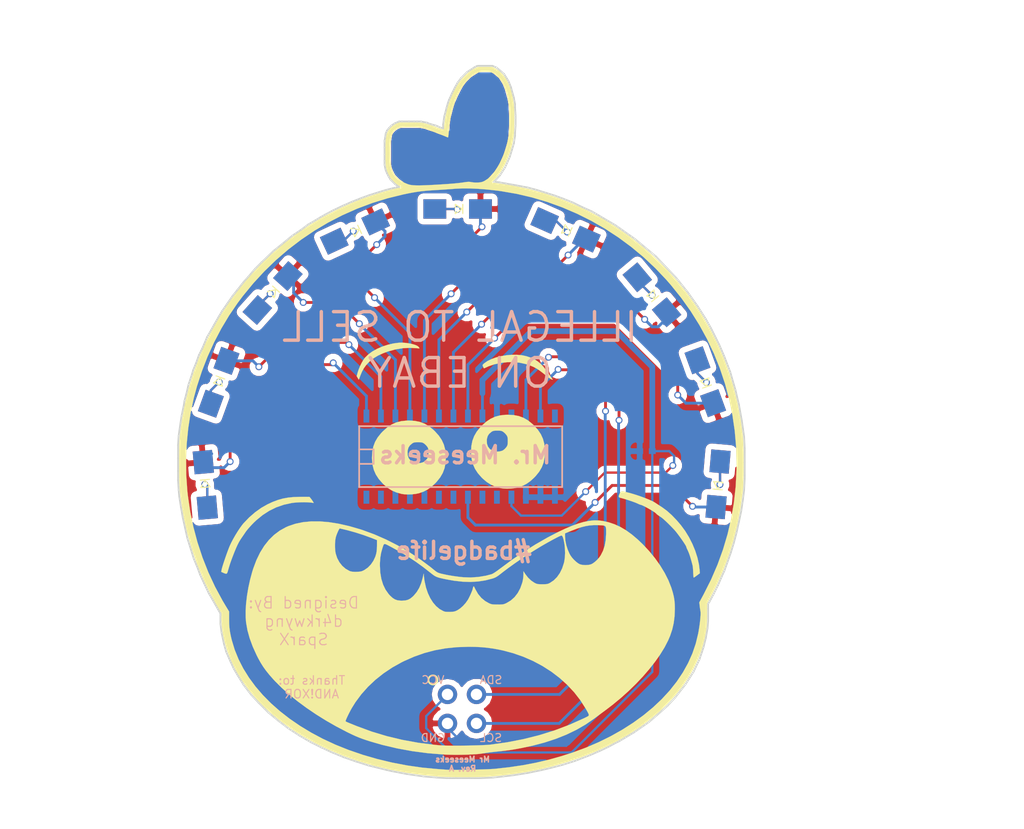
<source format=kicad_pcb>
(kicad_pcb (version 4) (host pcbnew 4.0.7)
  (layers (0 F.Cu signal) (31 B.Cu signal) (34 B.Paste user) (35 F.Paste user) (36 B.SilkS user) (37 F.SilkS user) (38 B.Mask user) (39 F.Mask user) (44 Edge.Cuts user))
  (net 0 "")
  (net 1 +3V3)
  (net 2 GND)
  (net 3 "Net-(D1-Pad2)")
  (net 4 "Net-(D2-Pad2)")
  (net 5 "Net-(D3-Pad2)")
  (net 6 "Net-(D4-Pad2)")
  (net 7 "Net-(D5-Pad2)")
  (net 8 "Net-(D6-Pad2)")
  (net 9 "Net-(D7-Pad2)")
  (net 10 "Net-(D8-Pad2)")
  (net 11 "Net-(D9-Pad2)")
  (net 12 "Net-(R1-Pad1)")
  (net 13 "Net-(R2-Pad1)")
  (net 14 "Net-(R3-Pad1)")
  (net 15 "Net-(R4-Pad1)")
  (net 16 "Net-(R5-Pad1)")
  (net 17 "Net-(R6-Pad1)")
  (net 18 "Net-(R7-Pad1)")
  (net 19 "Net-(R8-Pad1)")
  (net 20 "Net-(R9-Pad1)")
  (net 21 scl)
  (net 22 sda)
  (net 23 "Net-(U1-Pad19)")
  (net 24 "Net-(U1-Pad20)")
  (net 25 "Net-(U1-Pad22)")
  (net 26 "Net-(U1-Pad23)")
  (net 27 "Net-(U1-Pad24)")
  (net 28 "Net-(U1-Pad25)")
  (net 29 "Net-(U1-Pad26)")
  (net 30 "Net-(U1-Pad27)")
  (net 31 "Net-(U1-Pad28)")
  (module mrmeeseeks-addon-design:soldermask (layer F.Cu) (at 99.06 96.52)
    (fp_text reference G*** hide)
    (fp_text value LOGO hide)
  )
  (module mrmeeseeks-addon:silkscreen (layer F.Cu) (at 99.06 96.52)
    (fp_text reference G*** hide)
    (fp_text value LOGO hide)
  )
  (module mrmeeseeks-addon:Badgelife-Shitty-2x2 (layer F.Cu) (at 99.1362 121.6914)
    (fp_text reference X1)
    (fp_text value Badgelife_shitty_connector)
    (fp_text user SDA (at 2.54 -2.54) (layer B.SilkS) (effects (font (size 0.7 0.7) (thickness 0.1)) (justify mirror)))
    (fp_text user SCL (at 2.54 2.54) (layer B.SilkS) (effects (font (size 0.7 0.7) (thickness 0.1)) (justify mirror)))
    (fp_text user GND (at -2.54 2.54) (layer B.SilkS) (effects (font (size 0.7 0.7) (thickness 0.1)) (justify mirror)))
    (fp_text user VCC (at -2.54 -2.54) (layer B.SilkS) (effects (font (size 0.7 0.7) (thickness 0.1)) (justify mirror)))
    (pad 4 thru_hole circle (at 1.27 -1.27) (size 1.7 1.7) (drill 1) (layers *.Cu *.Mask) (net 22 sda))
    (pad 3 thru_hole oval (at 1.27 1.27) (size 1.7 1.7) (drill 1) (layers *.Cu *.Mask) (net 21 scl))
    (pad 1 thru_hole oval (at -1.27 -1.27) (size 1.7 1.7) (drill 1) (layers *.Cu *.Mask) (net 1 +3V3))
    (pad 2 thru_hole oval (at -1.27 1.27) (size 1.7 1.7) (drill 1) (layers *.Cu *.Mask) (net 2 GND))
  )
  (module mrmeeseeks-addon:C_0402_NoSilk_NoText (layer B.Cu) (at 115.25504 99.10064 180)
    (fp_text reference C1)
    (fp_text value 0.1uf)
    (pad 1 smd rect (at -0.55 0 180) (size 0.6 0.5) (layers B.Cu B.Paste B.Mask) (net 1 +3V3))
    (pad 2 smd rect (at 0.55 0 180) (size 0.6 0.5) (layers B.Cu B.Paste B.Mask) (net 2 GND))
  )
  (module mrmeeseeks-addon:R_1206_HandSoldering_NoSilk (layer B.Cu) (at 108.204 79.7052 156)
    (fp_text reference R6)
    (fp_text value 220)
    (pad 1 smd rect (at -2 0 156) (size 2 1.7) (layers B.Cu B.Paste B.Mask) (net 17 "Net-(R6-Pad1)"))
    (pad 2 smd rect (at 2 0 156) (size 2 1.7) (layers B.Cu B.Paste B.Mask) (net 8 "Net-(D6-Pad2)"))
  )
  (module mrmeeseeks-addon:R_1206_HandSoldering_NoSilk (layer B.Cu) (at 76.6572 102.0572 275)
    (fp_text reference R1)
    (fp_text value 220)
    (pad 1 smd rect (at -2 0 275) (size 2 1.7) (layers B.Cu B.Paste B.Mask) (net 12 "Net-(R1-Pad1)"))
    (pad 2 smd rect (at 2 0 275) (size 2 1.7) (layers B.Cu B.Paste B.Mask) (net 3 "Net-(D1-Pad2)"))
  )
  (module mrmeeseeks-addon:R_1206_HandSoldering_NoSilk (layer B.Cu) (at 77.8256 93.0656 250)
    (fp_text reference R2)
    (fp_text value 220)
    (pad 1 smd rect (at -2 0 250) (size 2 1.7) (layers B.Cu B.Paste B.Mask) (net 13 "Net-(R2-Pad1)"))
    (pad 2 smd rect (at 2 0 250) (size 2 1.7) (layers B.Cu B.Paste B.Mask) (net 4 "Net-(D2-Pad2)"))
  )
  (module mrmeeseeks-addon:R_1206_HandSoldering_NoSilk (layer B.Cu) (at 82.55 85.2424 228)
    (fp_text reference R3)
    (fp_text value 220)
    (pad 1 smd rect (at -2 0 228) (size 2 1.7) (layers B.Cu B.Paste B.Mask) (net 14 "Net-(R3-Pad1)"))
    (pad 2 smd rect (at 2 0 228) (size 2 1.7) (layers B.Cu B.Paste B.Mask) (net 5 "Net-(D3-Pad2)"))
  )
  (module mrmeeseeks-addon:R_1206_HandSoldering_NoSilk (layer B.Cu) (at 89.7636 79.8576 205)
    (fp_text reference R4)
    (fp_text value 220)
    (pad 1 smd rect (at -2 0 205) (size 2 1.7) (layers B.Cu B.Paste B.Mask) (net 15 "Net-(R4-Pad1)"))
    (pad 2 smd rect (at 2 0 205) (size 2 1.7) (layers B.Cu B.Paste B.Mask) (net 6 "Net-(D4-Pad2)"))
  )
  (module mrmeeseeks-addon:R_1206_HandSoldering_NoSilk (layer B.Cu) (at 98.7552 77.8764 180)
    (fp_text reference R5)
    (fp_text value 220)
    (pad 1 smd rect (at -2 0 180) (size 2 1.7) (layers B.Cu B.Paste B.Mask) (net 16 "Net-(R5-Pad1)"))
    (pad 2 smd rect (at 2 0 180) (size 2 1.7) (layers B.Cu B.Paste B.Mask) (net 7 "Net-(D5-Pad2)"))
  )
  (module mrmeeseeks-addon:R_1206_HandSoldering_NoSilk (layer B.Cu) (at 115.7732 85.3948 130)
    (fp_text reference R7)
    (fp_text value 220)
    (pad 1 smd rect (at -2 0 130) (size 2 1.7) (layers B.Cu B.Paste B.Mask) (net 18 "Net-(R7-Pad1)"))
    (pad 2 smd rect (at 2 0 130) (size 2 1.7) (layers B.Cu B.Paste B.Mask) (net 9 "Net-(D7-Pad2)"))
  )
  (module mrmeeseeks-addon:R_1206_HandSoldering_NoSilk (layer B.Cu) (at 120.4468 93.0148 110)
    (fp_text reference R8)
    (fp_text value 220)
    (pad 1 smd rect (at -2 0 110) (size 2 1.7) (layers B.Cu B.Paste B.Mask) (net 19 "Net-(R8-Pad1)"))
    (pad 2 smd rect (at 2 0 110) (size 2 1.7) (layers B.Cu B.Paste B.Mask) (net 10 "Net-(D8-Pad2)"))
  )
  (module mrmeeseeks-addon:R_1206_HandSoldering_NoSilk (layer B.Cu) (at 121.5644 102.0064 85)
    (fp_text reference R9)
    (fp_text value 220)
    (pad 1 smd rect (at -2 0 85) (size 2 1.7) (layers B.Cu B.Paste B.Mask) (net 20 "Net-(R9-Pad1)"))
    (pad 2 smd rect (at 2 0 85) (size 2 1.7) (layers B.Cu B.Paste B.Mask) (net 11 "Net-(D9-Pad2)"))
  )
  (module mrmeeseeks-addon:LED_1206_HandSoldering_MinSilk (layer F.Cu) (at 76.6572 102.0572 275)
    (fp_text reference D1)
    (fp_text value LED)
    (pad 1 smd rect (at -2 0 275) (size 2 1.7) (layers F.Cu F.Paste F.Mask) (net 2 GND))
    (pad 2 smd rect (at 2 0 275) (size 2 1.7) (layers F.Cu F.Paste F.Mask) (net 3 "Net-(D1-Pad2)"))
  )
  (module mrmeeseeks-addon:LED_1206_HandSoldering_MinSilk (layer F.Cu) (at 77.8256 93.0656 250)
    (fp_text reference D2)
    (fp_text value LED)
    (pad 1 smd rect (at -2 0 250) (size 2 1.7) (layers F.Cu F.Paste F.Mask) (net 2 GND))
    (pad 2 smd rect (at 2 0 250) (size 2 1.7) (layers F.Cu F.Paste F.Mask) (net 4 "Net-(D2-Pad2)"))
  )
  (module mrmeeseeks-addon:LED_1206_HandSoldering_MinSilk (layer F.Cu) (at 82.55 85.2424 228)
    (fp_text reference D3)
    (fp_text value LED)
    (pad 1 smd rect (at -2 0 228) (size 2 1.7) (layers F.Cu F.Paste F.Mask) (net 2 GND))
    (pad 2 smd rect (at 2 0 228) (size 2 1.7) (layers F.Cu F.Paste F.Mask) (net 5 "Net-(D3-Pad2)"))
  )
  (module mrmeeseeks-addon:LED_1206_HandSoldering_MinSilk (layer F.Cu) (at 89.7636 79.8576 205)
    (fp_text reference D4)
    (fp_text value LED)
    (pad 1 smd rect (at -2 0 205) (size 2 1.7) (layers F.Cu F.Paste F.Mask) (net 2 GND))
    (pad 2 smd rect (at 2 0 205) (size 2 1.7) (layers F.Cu F.Paste F.Mask) (net 6 "Net-(D4-Pad2)"))
  )
  (module mrmeeseeks-addon:LED_1206_HandSoldering_MinSilk (layer F.Cu) (at 98.7552 77.8764 180)
    (fp_text reference D5)
    (fp_text value LED)
    (pad 1 smd rect (at -2 0 180) (size 2 1.7) (layers F.Cu F.Paste F.Mask) (net 2 GND))
    (pad 2 smd rect (at 2 0 180) (size 2 1.7) (layers F.Cu F.Paste F.Mask) (net 7 "Net-(D5-Pad2)"))
  )
  (module mrmeeseeks-addon:LED_1206_HandSoldering_MinSilk (layer F.Cu) (at 108.204 79.7052 156)
    (fp_text reference D6)
    (fp_text value LED)
    (pad 1 smd rect (at -2 0 156) (size 2 1.7) (layers F.Cu F.Paste F.Mask) (net 2 GND))
    (pad 2 smd rect (at 2 0 156) (size 2 1.7) (layers F.Cu F.Paste F.Mask) (net 8 "Net-(D6-Pad2)"))
  )
  (module mrmeeseeks-addon:LED_1206_HandSoldering_MinSilk (layer F.Cu) (at 115.7732 85.3948 130)
    (fp_text reference D7)
    (fp_text value LED)
    (pad 1 smd rect (at -2 0 130) (size 2 1.7) (layers F.Cu F.Paste F.Mask) (net 2 GND))
    (pad 2 smd rect (at 2 0 130) (size 2 1.7) (layers F.Cu F.Paste F.Mask) (net 9 "Net-(D7-Pad2)"))
  )
  (module mrmeeseeks-addon:LED_1206_HandSoldering_MinSilk (layer F.Cu) (at 120.4468 93.0148 110)
    (fp_text reference D8)
    (fp_text value LED)
    (pad 1 smd rect (at -2 0 110) (size 2 1.7) (layers F.Cu F.Paste F.Mask) (net 2 GND))
    (pad 2 smd rect (at 2 0 110) (size 2 1.7) (layers F.Cu F.Paste F.Mask) (net 10 "Net-(D8-Pad2)"))
  )
  (module mrmeeseeks-addon:LED_1206_HandSoldering_MinSilk (layer F.Cu) (at 121.5644 102.0064 85)
    (fp_text reference D9)
    (fp_text value LED)
    (pad 1 smd rect (at -2 0 85) (size 2 1.7) (layers F.Cu F.Paste F.Mask) (net 2 GND))
    (pad 2 smd rect (at 2 0 85) (size 2 1.7) (layers F.Cu F.Paste F.Mask) (net 11 "Net-(D9-Pad2)"))
  )
  (module Libraries:SOIC-28_NoSilk (layer B.Cu) (at 99.0219 99.5807)
    (fp_text reference U1)
    (fp_text value MCP23017)
    (pad 1 smd rect (at -8.255 -3.556) (size 0.508 1.143) (layers B.Cu B.Paste B.Mask) (net 12 "Net-(R1-Pad1)"))
    (pad 2 smd rect (at -6.985 -3.556) (size 0.508 1.143) (layers B.Cu B.Paste B.Mask) (net 13 "Net-(R2-Pad1)"))
    (pad 3 smd rect (at -5.715 -3.556) (size 0.508 1.143) (layers B.Cu B.Paste B.Mask) (net 14 "Net-(R3-Pad1)"))
    (pad 4 smd rect (at -4.445 -3.556) (size 0.508 1.143) (layers B.Cu B.Paste B.Mask) (net 15 "Net-(R4-Pad1)"))
    (pad 5 smd rect (at -3.175 -3.556) (size 0.508 1.143) (layers B.Cu B.Paste B.Mask) (net 16 "Net-(R5-Pad1)"))
    (pad 6 smd rect (at -1.905 -3.556) (size 0.508 1.143) (layers B.Cu B.Paste B.Mask) (net 17 "Net-(R6-Pad1)"))
    (pad 7 smd rect (at -0.635 -3.556) (size 0.508 1.143) (layers B.Cu B.Paste B.Mask) (net 18 "Net-(R7-Pad1)"))
    (pad 8 smd rect (at 0.635 -3.556) (size 0.508 1.143) (layers B.Cu B.Paste B.Mask) (net 19 "Net-(R8-Pad1)"))
    (pad 9 smd rect (at 1.905 -3.556) (size 0.508 1.143) (layers B.Cu B.Paste B.Mask) (net 1 +3V3))
    (pad 10 smd rect (at 3.175 -3.556) (size 0.508 1.143) (layers B.Cu B.Paste B.Mask) (net 2 GND))
    (pad 11 smd rect (at 4.445 -3.556) (size 0.508 1.143) (layers B.Cu B.Paste B.Mask))
    (pad 12 smd rect (at 5.715 -3.556) (size 0.508 1.143) (layers B.Cu B.Paste B.Mask) (net 21 scl))
    (pad 13 smd rect (at 6.985 -3.556) (size 0.508 1.143) (layers B.Cu B.Paste B.Mask) (net 22 sda))
    (pad 14 smd rect (at 8.255 -3.556) (size 0.508 1.143) (layers B.Cu B.Paste B.Mask))
    (pad 15 smd rect (at 8.255 3.556) (size 0.508 1.143) (layers B.Cu B.Paste B.Mask) (net 2 GND))
    (pad 16 smd rect (at 6.985 3.556) (size 0.508 1.143) (layers B.Cu B.Paste B.Mask) (net 2 GND))
    (pad 17 smd rect (at 5.715 3.556) (size 0.508 1.143) (layers B.Cu B.Paste B.Mask) (net 2 GND))
    (pad 18 smd rect (at 4.445 3.556) (size 0.508 1.143) (layers B.Cu B.Paste B.Mask) (net 1 +3V3))
    (pad 19 smd rect (at 3.175 3.556) (size 0.508 1.143) (layers B.Cu B.Paste B.Mask) (net 23 "Net-(U1-Pad19)"))
    (pad 20 smd rect (at 1.905 3.556) (size 0.508 1.143) (layers B.Cu B.Paste B.Mask) (net 24 "Net-(U1-Pad20)"))
    (pad 21 smd rect (at 0.635 3.556) (size 0.508 1.143) (layers B.Cu B.Paste B.Mask) (net 20 "Net-(R9-Pad1)"))
    (pad 22 smd rect (at -0.635 3.556) (size 0.508 1.143) (layers B.Cu B.Paste B.Mask) (net 25 "Net-(U1-Pad22)"))
    (pad 23 smd rect (at -1.905 3.556) (size 0.508 1.143) (layers B.Cu B.Paste B.Mask) (net 26 "Net-(U1-Pad23)"))
    (pad 24 smd rect (at -3.175 3.556) (size 0.508 1.143) (layers B.Cu B.Paste B.Mask) (net 27 "Net-(U1-Pad24)"))
    (pad 25 smd rect (at -4.445 3.556) (size 0.508 1.143) (layers B.Cu B.Paste B.Mask) (net 28 "Net-(U1-Pad25)"))
    (pad 26 smd rect (at -5.715 3.556) (size 0.508 1.143) (layers B.Cu B.Paste B.Mask) (net 29 "Net-(U1-Pad26)"))
    (pad 27 smd rect (at -6.985 3.556) (size 0.508 1.143) (layers B.Cu B.Paste B.Mask) (net 30 "Net-(U1-Pad27)"))
    (pad 28 smd rect (at -8.255 3.556) (size 0.508 1.143) (layers B.Cu B.Paste B.Mask) (net 31 "Net-(U1-Pad28)"))
  )
  (gr_text "Mr Meeseeks\nRev. A" (at 99.187 126.5174) (layer B.SilkS) (effects (font (size 0.5 0.5) (thickness 0.125)) (justify mirror)))
  (gr_text "ILLEGAL TO SELL\nON EBAY" (at 98.9584 90.2462) (layer B.SilkS) (effects (font (size 2.5 2.5) (thickness 0.3)) (justify mirror)))
  (gr_text "Mr. Meeseeks" (at 99.40544 99.441) (layer B.SilkS) (effects (font (size 1.5 1.5) (thickness 0.3)) (justify mirror)))
  (gr_text "#badgelife" (at 99.2886 107.823) (layer B.SilkS) (effects (font (size 1.5 1.5) (thickness 0.3)) (justify mirror)))
  (gr_text "Thanks to:\nAND!XOR" (at 85.979 119.7864) (layer B.SilkS) (effects (font (size 0.75 0.75) (thickness 0.1)) (justify mirror)))
  (gr_text "Designed By:\nd4rkwyng\nSparX" (at 85.27288 113.9952) (layer B.SilkS) (effects (font (size 1 1) (thickness 0.1)) (justify mirror)))
  (gr_line (start 110.49 78.0796) (end 110.8456 78.2828) (angle 90) (layer Edge.Cuts) (width 0.15))
  (gr_line (start 109.474 77.6224) (end 110.49 78.0796) (angle 90) (layer Edge.Cuts) (width 0.15))
  (gr_line (start 108.8644 77.3176) (end 109.474 77.6224) (angle 90) (layer Edge.Cuts) (width 0.15))
  (gr_line (start 108.1024 77.0128) (end 108.8644 77.3176) (angle 90) (layer Edge.Cuts) (width 0.15))
  (gr_line (start 107.2896 76.708) (end 108.1024 77.0128) (angle 90) (layer Edge.Cuts) (width 0.15))
  (gr_line (start 106.4768 76.454) (end 107.2896 76.708) (angle 90) (layer Edge.Cuts) (width 0.15))
  (gr_line (start 105.664 76.2) (end 106.4768 76.454) (angle 90) (layer Edge.Cuts) (width 0.15))
  (gr_line (start 104.902 75.9968) (end 105.664 76.2) (angle 90) (layer Edge.Cuts) (width 0.15))
  (gr_line (start 103.8352 75.7936) (end 104.902 75.9968) (angle 90) (layer Edge.Cuts) (width 0.15))
  (gr_line (start 102.9716 75.6412) (end 103.8352 75.7936) (angle 90) (layer Edge.Cuts) (width 0.15))
  (gr_line (start 102.4128 75.5396) (end 102.9716 75.6412) (angle 90) (layer Edge.Cuts) (width 0.15))
  (gr_line (start 101.9556 75.4888) (end 102.4128 75.5396) (angle 90) (layer Edge.Cuts) (width 0.15))
  (gr_line (start 102.4636 74.93) (end 101.9556 75.4888) (angle 90) (layer Edge.Cuts) (width 0.15))
  (gr_line (start 102.9208 74.2188) (end 102.4636 74.93) (angle 90) (layer Edge.Cuts) (width 0.15))
  (gr_line (start 103.124 73.7616) (end 102.9208 74.2188) (angle 90) (layer Edge.Cuts) (width 0.15))
  (gr_line (start 103.3272 73.3044) (end 103.124 73.7616) (angle 90) (layer Edge.Cuts) (width 0.15))
  (gr_line (start 103.5304 72.644) (end 103.3272 73.3044) (angle 90) (layer Edge.Cuts) (width 0.15))
  (gr_line (start 103.6828 72.136) (end 103.5304 72.644) (angle 90) (layer Edge.Cuts) (width 0.15))
  (gr_line (start 103.7844 71.4756) (end 103.6828 72.136) (angle 90) (layer Edge.Cuts) (width 0.15))
  (gr_line (start 103.7844 71.2216) (end 103.7844 71.4756) (angle 90) (layer Edge.Cuts) (width 0.15))
  (gr_line (start 103.8352 70.5612) (end 103.7844 71.2216) (angle 90) (layer Edge.Cuts) (width 0.15))
  (gr_line (start 103.8352 69.9008) (end 103.8352 70.5612) (angle 90) (layer Edge.Cuts) (width 0.15))
  (gr_line (start 103.8352 69.6976) (end 103.8352 69.9008) (angle 90) (layer Edge.Cuts) (width 0.15))
  (gr_line (start 103.7844 68.9864) (end 103.8352 69.6976) (angle 90) (layer Edge.Cuts) (width 0.15))
  (gr_line (start 103.7844 68.6816) (end 103.7844 68.9864) (angle 90) (layer Edge.Cuts) (width 0.15))
  (gr_line (start 103.6828 68.1228) (end 103.7844 68.6816) (angle 90) (layer Edge.Cuts) (width 0.15))
  (gr_line (start 103.5812 67.7672) (end 103.6828 68.1228) (angle 90) (layer Edge.Cuts) (width 0.15))
  (gr_line (start 103.4288 67.2084) (end 103.5812 67.7672) (angle 90) (layer Edge.Cuts) (width 0.15))
  (gr_line (start 103.2256 66.7004) (end 103.4288 67.2084) (angle 90) (layer Edge.Cuts) (width 0.15))
  (gr_line (start 103.0732 66.4464) (end 103.2256 66.7004) (angle 90) (layer Edge.Cuts) (width 0.15))
  (gr_line (start 102.8192 66.04) (end 103.0732 66.4464) (angle 90) (layer Edge.Cuts) (width 0.15))
  (gr_line (start 102.4636 65.7352) (end 102.8192 66.04) (angle 90) (layer Edge.Cuts) (width 0.15))
  (gr_line (start 102.1588 65.4812) (end 102.4636 65.7352) (angle 90) (layer Edge.Cuts) (width 0.15))
  (gr_line (start 101.8032 65.3288) (end 102.1588 65.4812) (angle 90) (layer Edge.Cuts) (width 0.15))
  (gr_line (start 100.4824 65.3288) (end 101.8032 65.3288) (angle 90) (layer Edge.Cuts) (width 0.15))
  (gr_line (start 100.2792 65.4304) (end 100.4824 65.3288) (angle 90) (layer Edge.Cuts) (width 0.15))
  (gr_line (start 99.8728 65.6844) (end 100.2792 65.4304) (angle 90) (layer Edge.Cuts) (width 0.15))
  (gr_line (start 99.568 65.8876) (end 99.8728 65.6844) (angle 90) (layer Edge.Cuts) (width 0.15))
  (gr_line (start 99.06 66.3956) (end 99.568 65.8876) (angle 90) (layer Edge.Cuts) (width 0.15))
  (gr_line (start 98.7552 66.802) (end 99.06 66.3956) (angle 90) (layer Edge.Cuts) (width 0.15))
  (gr_line (start 98.5012 67.2592) (end 98.7552 66.802) (angle 90) (layer Edge.Cuts) (width 0.15))
  (gr_line (start 98.2472 67.7672) (end 98.5012 67.2592) (angle 90) (layer Edge.Cuts) (width 0.15))
  (gr_line (start 98.0948 68.1228) (end 98.2472 67.7672) (angle 90) (layer Edge.Cuts) (width 0.15))
  (gr_line (start 97.9932 68.326) (end 98.0948 68.1228) (angle 90) (layer Edge.Cuts) (width 0.15))
  (gr_line (start 97.8916 68.6308) (end 97.9932 68.326) (angle 90) (layer Edge.Cuts) (width 0.15))
  (gr_line (start 97.79 68.9864) (end 97.8916 68.6308) (angle 90) (layer Edge.Cuts) (width 0.15))
  (gr_line (start 97.6884 69.3928) (end 97.79 68.9864) (angle 90) (layer Edge.Cuts) (width 0.15))
  (gr_line (start 97.5868 69.7484) (end 97.6884 69.3928) (angle 90) (layer Edge.Cuts) (width 0.15))
  (gr_line (start 97.536 70.104) (end 97.5868 69.7484) (angle 90) (layer Edge.Cuts) (width 0.15))
  (gr_line (start 97.4852 70.4596) (end 97.536 70.104) (angle 90) (layer Edge.Cuts) (width 0.15))
  (gr_line (start 97.4852 70.8152) (end 97.4852 70.4596) (angle 90) (layer Edge.Cuts) (width 0.15))
  (gr_line (start 97.3328 70.7644) (end 97.4852 70.8152) (angle 90) (layer Edge.Cuts) (width 0.15))
  (gr_line (start 97.1804 70.7136) (end 97.3328 70.7644) (angle 90) (layer Edge.Cuts) (width 0.15))
  (gr_line (start 96.9772 70.612) (end 97.1804 70.7136) (angle 90) (layer Edge.Cuts) (width 0.15))
  (gr_line (start 96.8248 70.5612) (end 96.9772 70.612) (angle 90) (layer Edge.Cuts) (width 0.15))
  (gr_line (start 96.4692 70.4596) (end 96.8248 70.5612) (angle 90) (layer Edge.Cuts) (width 0.15))
  (gr_line (start 96.1644 70.358) (end 96.4692 70.4596) (angle 90) (layer Edge.Cuts) (width 0.15))
  (gr_line (start 96.0628 70.3072) (end 96.1644 70.358) (angle 90) (layer Edge.Cuts) (width 0.15))
  (gr_line (start 95.758 70.2564) (end 96.0628 70.3072) (angle 90) (layer Edge.Cuts) (width 0.15))
  (gr_line (start 95.5548 70.2056) (end 95.758 70.2564) (angle 90) (layer Edge.Cuts) (width 0.15))
  (gr_line (start 95.1992 70.2056) (end 95.5548 70.2056) (angle 90) (layer Edge.Cuts) (width 0.15))
  (gr_line (start 94.9452 70.2056) (end 95.1992 70.2056) (angle 90) (layer Edge.Cuts) (width 0.15))
  (gr_line (start 94.488 70.2056) (end 94.9452 70.2056) (angle 90) (layer Edge.Cuts) (width 0.15))
  (gr_line (start 93.8784 70.2056) (end 94.488 70.2056) (angle 90) (layer Edge.Cuts) (width 0.15))
  (gr_line (start 93.6244 70.2056) (end 93.8784 70.2056) (angle 90) (layer Edge.Cuts) (width 0.15))
  (gr_line (start 93.5228 70.2564) (end 93.6244 70.2056) (angle 90) (layer Edge.Cuts) (width 0.15))
  (gr_line (start 93.2688 70.358) (end 93.5228 70.2564) (angle 90) (layer Edge.Cuts) (width 0.15))
  (gr_line (start 92.964 70.5612) (end 93.2688 70.358) (angle 90) (layer Edge.Cuts) (width 0.15))
  (gr_line (start 92.7608 70.7644) (end 92.964 70.5612) (angle 90) (layer Edge.Cuts) (width 0.15))
  (gr_line (start 92.5576 71.0184) (end 92.7608 70.7644) (angle 90) (layer Edge.Cuts) (width 0.15))
  (gr_line (start 92.456 71.2724) (end 92.5576 71.0184) (angle 90) (layer Edge.Cuts) (width 0.15))
  (gr_line (start 92.4052 71.628) (end 92.456 71.2724) (angle 90) (layer Edge.Cuts) (width 0.15))
  (gr_line (start 92.3544 71.882) (end 92.4052 71.628) (angle 90) (layer Edge.Cuts) (width 0.15))
  (gr_line (start 92.3544 71.9836) (end 92.3544 71.882) (angle 90) (layer Edge.Cuts) (width 0.15))
  (gr_line (start 92.3544 72.4916) (end 92.3544 71.9836) (angle 90) (layer Edge.Cuts) (width 0.15))
  (gr_line (start 92.3544 73.1012) (end 92.3544 72.4916) (angle 90) (layer Edge.Cuts) (width 0.15))
  (gr_line (start 92.3544 73.66) (end 92.3544 73.1012) (angle 90) (layer Edge.Cuts) (width 0.15))
  (gr_line (start 92.3544 74.0156) (end 92.3544 73.66) (angle 90) (layer Edge.Cuts) (width 0.15))
  (gr_line (start 92.4052 74.2696) (end 92.3544 74.0156) (angle 90) (layer Edge.Cuts) (width 0.15))
  (gr_line (start 92.456 74.4728) (end 92.4052 74.2696) (angle 90) (layer Edge.Cuts) (width 0.15))
  (gr_line (start 92.5576 74.7268) (end 92.456 74.4728) (angle 90) (layer Edge.Cuts) (width 0.15))
  (gr_line (start 92.71 75.0316) (end 92.5576 74.7268) (angle 90) (layer Edge.Cuts) (width 0.15))
  (gr_line (start 92.8624 75.2856) (end 92.71 75.0316) (angle 90) (layer Edge.Cuts) (width 0.15))
  (gr_line (start 92.964 75.3872) (end 92.8624 75.2856) (angle 90) (layer Edge.Cuts) (width 0.15))
  (gr_line (start 93.2688 75.692) (end 92.964 75.3872) (angle 90) (layer Edge.Cuts) (width 0.15))
  (gr_line (start 93.472 75.8444) (end 93.2688 75.692) (angle 90) (layer Edge.Cuts) (width 0.15))
  (gr_line (start 93.6244 75.946) (end 93.472 75.8444) (angle 90) (layer Edge.Cuts) (width 0.15))
  (gr_line (start 93.1164 76.0476) (end 93.6244 75.946) (angle 90) (layer Edge.Cuts) (width 0.15))
  (gr_line (start 92.5068 76.2) (end 93.1164 76.0476) (angle 90) (layer Edge.Cuts) (width 0.15))
  (gr_line (start 91.8464 76.4032) (end 92.5068 76.2) (angle 90) (layer Edge.Cuts) (width 0.15))
  (gr_line (start 91.0336 76.6572) (end 91.8464 76.4032) (angle 90) (layer Edge.Cuts) (width 0.15))
  (gr_line (start 90.4748 76.8604) (end 91.0336 76.6572) (angle 90) (layer Edge.Cuts) (width 0.15))
  (gr_line (start 90.2208 76.962) (end 90.4748 76.8604) (angle 90) (layer Edge.Cuts) (width 0.15))
  (gr_line (start 89.5604 77.216) (end 90.2208 76.962) (angle 90) (layer Edge.Cuts) (width 0.15))
  (gr_line (start 88.7476 77.5716) (end 89.5604 77.216) (angle 90) (layer Edge.Cuts) (width 0.15))
  (gr_line (start 87.884 77.978) (end 88.7476 77.5716) (angle 90) (layer Edge.Cuts) (width 0.15))
  (gr_line (start 87.122 78.3844) (end 87.884 77.978) (angle 90) (layer Edge.Cuts) (width 0.15))
  (gr_line (start 86.7664 78.5876) (end 87.122 78.3844) (angle 90) (layer Edge.Cuts) (width 0.15))
  (gr_line (start 86.2584 78.8924) (end 86.7664 78.5876) (angle 90) (layer Edge.Cuts) (width 0.15))
  (gr_line (start 85.6488 79.248) (end 86.2584 78.8924) (angle 90) (layer Edge.Cuts) (width 0.15))
  (gr_line (start 85.0392 79.7052) (end 85.6488 79.248) (angle 90) (layer Edge.Cuts) (width 0.15))
  (gr_line (start 84.2772 80.2132) (end 85.0392 79.7052) (angle 90) (layer Edge.Cuts) (width 0.15))
  (gr_line (start 83.4136 80.9244) (end 84.2772 80.2132) (angle 90) (layer Edge.Cuts) (width 0.15))
  (gr_line (start 82.6516 81.534) (end 83.4136 80.9244) (angle 90) (layer Edge.Cuts) (width 0.15))
  (gr_line (start 81.5848 82.55) (end 82.6516 81.534) (angle 90) (layer Edge.Cuts) (width 0.15))
  (gr_line (start 81.026 83.1088) (end 81.5848 82.55) (angle 90) (layer Edge.Cuts) (width 0.15))
  (gr_line (start 80.4164 83.82) (end 81.026 83.1088) (angle 90) (layer Edge.Cuts) (width 0.15))
  (gr_line (start 80.01 84.2772) (end 80.4164 83.82) (angle 90) (layer Edge.Cuts) (width 0.15))
  (gr_line (start 79.4512 84.9884) (end 80.01 84.2772) (angle 90) (layer Edge.Cuts) (width 0.15))
  (gr_line (start 79.0448 85.4964) (end 79.4512 84.9884) (angle 90) (layer Edge.Cuts) (width 0.15))
  (gr_line (start 78.5876 86.1568) (end 79.0448 85.4964) (angle 90) (layer Edge.Cuts) (width 0.15))
  (gr_line (start 78.1304 86.8172) (end 78.5876 86.1568) (angle 90) (layer Edge.Cuts) (width 0.15))
  (gr_line (start 77.8256 87.3252) (end 78.1304 86.8172) (angle 90) (layer Edge.Cuts) (width 0.15))
  (gr_line (start 77.4192 88.0364) (end 77.8256 87.3252) (angle 90) (layer Edge.Cuts) (width 0.15))
  (gr_line (start 77.1652 88.4936) (end 77.4192 88.0364) (angle 90) (layer Edge.Cuts) (width 0.15))
  (gr_line (start 76.8096 89.1032) (end 77.1652 88.4936) (angle 90) (layer Edge.Cuts) (width 0.15))
  (gr_line (start 76.5556 89.7128) (end 76.8096 89.1032) (angle 90) (layer Edge.Cuts) (width 0.15))
  (gr_line (start 76.4032 90.0684) (end 76.5556 89.7128) (angle 90) (layer Edge.Cuts) (width 0.15))
  (gr_line (start 76.3524 90.17) (end 76.4032 90.0684) (angle 90) (layer Edge.Cuts) (width 0.15))
  (gr_line (start 76.0984 90.678) (end 76.3524 90.17) (angle 90) (layer Edge.Cuts) (width 0.15))
  (gr_line (start 75.8444 91.3892) (end 76.0984 90.678) (angle 90) (layer Edge.Cuts) (width 0.15))
  (gr_line (start 75.5904 91.9988) (end 75.8444 91.3892) (angle 90) (layer Edge.Cuts) (width 0.15))
  (gr_line (start 75.4888 92.3544) (end 75.5904 91.9988) (angle 90) (layer Edge.Cuts) (width 0.15))
  (gr_line (start 75.184 93.2688) (end 75.4888 92.3544) (angle 90) (layer Edge.Cuts) (width 0.15))
  (gr_line (start 74.9808 94.1324) (end 75.184 93.2688) (angle 90) (layer Edge.Cuts) (width 0.15))
  (gr_line (start 74.8284 94.6912) (end 74.9808 94.1324) (angle 90) (layer Edge.Cuts) (width 0.15))
  (gr_line (start 74.7776 95.0468) (end 74.8284 94.6912) (angle 90) (layer Edge.Cuts) (width 0.15))
  (gr_line (start 74.5744 96.012) (end 74.7776 95.0468) (angle 90) (layer Edge.Cuts) (width 0.15))
  (gr_line (start 74.4728 96.6724) (end 74.5744 96.012) (angle 90) (layer Edge.Cuts) (width 0.15))
  (gr_line (start 74.3204 97.7392) (end 74.4728 96.6724) (angle 90) (layer Edge.Cuts) (width 0.15))
  (gr_line (start 74.2696 98.552) (end 74.3204 97.7392) (angle 90) (layer Edge.Cuts) (width 0.15))
  (gr_line (start 74.2696 99.7204) (end 74.2696 98.552) (angle 90) (layer Edge.Cuts) (width 0.15))
  (gr_line (start 74.2696 100.838) (end 74.2696 99.7204) (angle 90) (layer Edge.Cuts) (width 0.15))
  (gr_line (start 74.2696 101.6508) (end 74.2696 100.838) (angle 90) (layer Edge.Cuts) (width 0.15))
  (gr_line (start 74.3204 102.5144) (end 74.2696 101.6508) (angle 90) (layer Edge.Cuts) (width 0.15))
  (gr_line (start 74.3712 103.0732) (end 74.3204 102.5144) (angle 90) (layer Edge.Cuts) (width 0.15))
  (gr_line (start 74.5236 104.0384) (end 74.3712 103.0732) (angle 90) (layer Edge.Cuts) (width 0.15))
  (gr_line (start 74.6252 104.5972) (end 74.5236 104.0384) (angle 90) (layer Edge.Cuts) (width 0.15))
  (gr_line (start 74.676 104.902) (end 74.6252 104.5972) (angle 90) (layer Edge.Cuts) (width 0.15))
  (gr_line (start 74.8792 105.8164) (end 74.676 104.902) (angle 90) (layer Edge.Cuts) (width 0.15))
  (gr_line (start 75.0824 106.7308) (end 74.8792 105.8164) (angle 90) (layer Edge.Cuts) (width 0.15))
  (gr_line (start 75.3872 107.696) (end 75.0824 106.7308) (angle 90) (layer Edge.Cuts) (width 0.15))
  (gr_line (start 75.6412 108.5088) (end 75.3872 107.696) (angle 90) (layer Edge.Cuts) (width 0.15))
  (gr_line (start 75.9968 109.3724) (end 75.6412 108.5088) (angle 90) (layer Edge.Cuts) (width 0.15))
  (gr_line (start 76.2 109.9312) (end 75.9968 109.3724) (angle 90) (layer Edge.Cuts) (width 0.15))
  (gr_line (start 76.5556 110.6932) (end 76.2 109.9312) (angle 90) (layer Edge.Cuts) (width 0.15))
  (gr_line (start 76.962 111.5568) (end 76.5556 110.6932) (angle 90) (layer Edge.Cuts) (width 0.15))
  (gr_line (start 77.3176 112.1664) (end 76.962 111.5568) (angle 90) (layer Edge.Cuts) (width 0.15))
  (gr_line (start 77.724 112.8776) (end 77.3176 112.1664) (angle 90) (layer Edge.Cuts) (width 0.15))
  (gr_line (start 77.978 113.3348) (end 77.724 112.8776) (angle 90) (layer Edge.Cuts) (width 0.15))
  (gr_line (start 77.978 113.4872) (end 77.978 113.3348) (angle 90) (layer Edge.Cuts) (width 0.15))
  (gr_line (start 77.978 114.2492) (end 77.978 113.4872) (angle 90) (layer Edge.Cuts) (width 0.15))
  (gr_line (start 78.0796 115.0112) (end 77.978 114.2492) (angle 90) (layer Edge.Cuts) (width 0.15))
  (gr_line (start 78.2828 115.9764) (end 78.0796 115.0112) (angle 90) (layer Edge.Cuts) (width 0.15))
  (gr_line (start 78.486 116.6876) (end 78.2828 115.9764) (angle 90) (layer Edge.Cuts) (width 0.15))
  (gr_line (start 78.8416 117.5004) (end 78.486 116.6876) (angle 90) (layer Edge.Cuts) (width 0.15))
  (gr_line (start 79.1464 118.1608) (end 78.8416 117.5004) (angle 90) (layer Edge.Cuts) (width 0.15))
  (gr_line (start 79.502 118.7704) (end 79.1464 118.1608) (angle 90) (layer Edge.Cuts) (width 0.15))
  (gr_line (start 80.01 119.5832) (end 79.502 118.7704) (angle 90) (layer Edge.Cuts) (width 0.15))
  (gr_line (start 80.6704 120.4468) (end 80.01 119.5832) (angle 90) (layer Edge.Cuts) (width 0.15))
  (gr_line (start 81.3308 121.158) (end 80.6704 120.4468) (angle 90) (layer Edge.Cuts) (width 0.15))
  (gr_line (start 81.8388 121.666) (end 81.3308 121.158) (angle 90) (layer Edge.Cuts) (width 0.15))
  (gr_line (start 82.1944 122.0216) (end 81.8388 121.666) (angle 90) (layer Edge.Cuts) (width 0.15))
  (gr_line (start 83.058 122.7328) (end 82.1944 122.0216) (angle 90) (layer Edge.Cuts) (width 0.15))
  (gr_line (start 83.9216 123.3932) (end 83.058 122.7328) (angle 90) (layer Edge.Cuts) (width 0.15))
  (gr_line (start 84.9376 124.0536) (end 83.9216 123.3932) (angle 90) (layer Edge.Cuts) (width 0.15))
  (gr_line (start 85.9028 124.6124) (end 84.9376 124.0536) (angle 90) (layer Edge.Cuts) (width 0.15))
  (gr_line (start 86.8172 125.0696) (end 85.9028 124.6124) (angle 90) (layer Edge.Cuts) (width 0.15))
  (gr_line (start 87.6808 125.476) (end 86.8172 125.0696) (angle 90) (layer Edge.Cuts) (width 0.15))
  (gr_line (start 88.7984 125.9332) (end 87.6808 125.476) (angle 90) (layer Edge.Cuts) (width 0.15))
  (gr_line (start 89.8144 126.2888) (end 88.7984 125.9332) (angle 90) (layer Edge.Cuts) (width 0.15))
  (gr_line (start 90.932 126.6444) (end 89.8144 126.2888) (angle 90) (layer Edge.Cuts) (width 0.15))
  (gr_line (start 91.3384 126.746) (end 90.932 126.6444) (angle 90) (layer Edge.Cuts) (width 0.15))
  (gr_line (start 91.7448 126.8476) (end 91.3384 126.746) (angle 90) (layer Edge.Cuts) (width 0.15))
  (gr_line (start 92.5576 127.0508) (end 91.7448 126.8476) (angle 90) (layer Edge.Cuts) (width 0.15))
  (gr_line (start 93.0148 127.1524) (end 92.5576 127.0508) (angle 90) (layer Edge.Cuts) (width 0.15))
  (gr_line (start 94.3356 127.4064) (end 93.0148 127.1524) (angle 90) (layer Edge.Cuts) (width 0.15))
  (gr_line (start 95.758 127.6096) (end 94.3356 127.4064) (angle 90) (layer Edge.Cuts) (width 0.15))
  (gr_line (start 96.9264 127.7112) (end 95.758 127.6096) (angle 90) (layer Edge.Cuts) (width 0.15))
  (gr_line (start 97.8408 127.762) (end 96.9264 127.7112) (angle 90) (layer Edge.Cuts) (width 0.15))
  (gr_line (start 98.0948 127.762) (end 97.8408 127.762) (angle 90) (layer Edge.Cuts) (width 0.15))
  (gr_line (start 98.6028 127.762) (end 98.0948 127.762) (angle 90) (layer Edge.Cuts) (width 0.15))
  (gr_line (start 99.7712 127.762) (end 98.6028 127.762) (angle 90) (layer Edge.Cuts) (width 0.15))
  (gr_line (start 100.6856 127.762) (end 99.7712 127.762) (angle 90) (layer Edge.Cuts) (width 0.15))
  (gr_line (start 101.854 127.7112) (end 100.6856 127.762) (angle 90) (layer Edge.Cuts) (width 0.15))
  (gr_line (start 102.7684 127.6096) (end 101.854 127.7112) (angle 90) (layer Edge.Cuts) (width 0.15))
  (gr_line (start 103.632 127.508) (end 102.7684 127.6096) (angle 90) (layer Edge.Cuts) (width 0.15))
  (gr_line (start 104.902 127.3048) (end 103.632 127.508) (angle 90) (layer Edge.Cuts) (width 0.15))
  (gr_line (start 106.1212 127.0508) (end 104.902 127.3048) (angle 90) (layer Edge.Cuts) (width 0.15))
  (gr_line (start 106.9848 126.8476) (end 106.1212 127.0508) (angle 90) (layer Edge.Cuts) (width 0.15))
  (gr_line (start 107.95 126.5936) (end 106.9848 126.8476) (angle 90) (layer Edge.Cuts) (width 0.15))
  (gr_line (start 109.0676 126.238) (end 107.95 126.5936) (angle 90) (layer Edge.Cuts) (width 0.15))
  (gr_line (start 110.3884 125.73) (end 109.0676 126.238) (angle 90) (layer Edge.Cuts) (width 0.15))
  (gr_line (start 111.2012 125.3744) (end 110.3884 125.73) (angle 90) (layer Edge.Cuts) (width 0.15))
  (gr_line (start 111.9632 125.0188) (end 111.2012 125.3744) (angle 90) (layer Edge.Cuts) (width 0.15))
  (gr_line (start 112.4204 124.7648) (end 111.9632 125.0188) (angle 90) (layer Edge.Cuts) (width 0.15))
  (gr_line (start 112.9284 124.5108) (end 112.4204 124.7648) (angle 90) (layer Edge.Cuts) (width 0.15))
  (gr_line (start 113.4364 124.206) (end 112.9284 124.5108) (angle 90) (layer Edge.Cuts) (width 0.15))
  (gr_line (start 114.1984 123.7488) (end 113.4364 124.206) (angle 90) (layer Edge.Cuts) (width 0.15))
  (gr_line (start 115.0112 123.19) (end 114.1984 123.7488) (angle 90) (layer Edge.Cuts) (width 0.15))
  (gr_line (start 115.5192 122.8344) (end 115.0112 123.19) (angle 90) (layer Edge.Cuts) (width 0.15))
  (gr_line (start 116.2304 122.2248) (end 115.5192 122.8344) (angle 90) (layer Edge.Cuts) (width 0.15))
  (gr_line (start 117.1448 121.412) (end 116.2304 122.2248) (angle 90) (layer Edge.Cuts) (width 0.15))
  (gr_line (start 117.8052 120.7008) (end 117.1448 121.412) (angle 90) (layer Edge.Cuts) (width 0.15))
  (gr_line (start 118.7196 119.5324) (end 117.8052 120.7008) (angle 90) (layer Edge.Cuts) (width 0.15))
  (gr_line (start 119.0752 118.9736) (end 118.7196 119.5324) (angle 90) (layer Edge.Cuts) (width 0.15))
  (gr_line (start 119.4308 118.4148) (end 119.0752 118.9736) (angle 90) (layer Edge.Cuts) (width 0.15))
  (gr_line (start 119.9388 117.348) (end 119.4308 118.4148) (angle 90) (layer Edge.Cuts) (width 0.15))
  (gr_line (start 120.142 116.7384) (end 119.9388 117.348) (angle 90) (layer Edge.Cuts) (width 0.15))
  (gr_line (start 120.2944 116.2812) (end 120.142 116.7384) (angle 90) (layer Edge.Cuts) (width 0.15))
  (gr_line (start 120.4976 115.4684) (end 120.2944 116.2812) (angle 90) (layer Edge.Cuts) (width 0.15))
  (gr_line (start 120.65 114.6048) (end 120.4976 115.4684) (angle 90) (layer Edge.Cuts) (width 0.15))
  (gr_line (start 120.7008 113.9952) (end 120.65 114.6048) (angle 90) (layer Edge.Cuts) (width 0.15))
  (gr_line (start 120.7008 112.9284) (end 120.7008 113.9952) (angle 90) (layer Edge.Cuts) (width 0.15))
  (gr_line (start 120.7008 112.4712) (end 120.7008 112.9284) (angle 90) (layer Edge.Cuts) (width 0.15))
  (gr_line (start 120.8024 112.3188) (end 120.7008 112.4712) (angle 90) (layer Edge.Cuts) (width 0.15))
  (gr_line (start 121.158 111.6584) (end 120.8024 112.3188) (angle 90) (layer Edge.Cuts) (width 0.15))
  (gr_line (start 121.5644 110.8456) (end 121.158 111.6584) (angle 90) (layer Edge.Cuts) (width 0.15))
  (gr_line (start 121.8692 110.1344) (end 121.5644 110.8456) (angle 90) (layer Edge.Cuts) (width 0.15))
  (gr_line (start 122.1232 109.5756) (end 121.8692 110.1344) (angle 90) (layer Edge.Cuts) (width 0.15))
  (gr_line (start 122.3772 108.8644) (end 122.1232 109.5756) (angle 90) (layer Edge.Cuts) (width 0.15))
  (gr_line (start 122.682 108.0008) (end 122.3772 108.8644) (angle 90) (layer Edge.Cuts) (width 0.15))
  (gr_line (start 122.936 107.188) (end 122.682 108.0008) (angle 90) (layer Edge.Cuts) (width 0.15))
  (gr_line (start 123.19 106.2228) (end 122.936 107.188) (angle 90) (layer Edge.Cuts) (width 0.15))
  (gr_line (start 123.3932 105.3084) (end 123.19 106.2228) (angle 90) (layer Edge.Cuts) (width 0.15))
  (gr_line (start 123.5964 104.3432) (end 123.3932 105.3084) (angle 90) (layer Edge.Cuts) (width 0.15))
  (gr_line (start 123.7488 103.3272) (end 123.5964 104.3432) (angle 90) (layer Edge.Cuts) (width 0.15))
  (gr_line (start 123.8504 102.5144) (end 123.7488 103.3272) (angle 90) (layer Edge.Cuts) (width 0.15))
  (gr_line (start 123.9012 101.4984) (end 123.8504 102.5144) (angle 90) (layer Edge.Cuts) (width 0.15))
  (gr_line (start 123.9012 101.1936) (end 123.9012 101.4984) (angle 90) (layer Edge.Cuts) (width 0.15))
  (gr_line (start 123.9012 100.076) (end 123.9012 101.1936) (angle 90) (layer Edge.Cuts) (width 0.15))
  (gr_line (start 123.9012 98.8568) (end 123.9012 100.076) (angle 90) (layer Edge.Cuts) (width 0.15))
  (gr_line (start 123.8504 97.8408) (end 123.9012 98.8568) (angle 90) (layer Edge.Cuts) (width 0.15))
  (gr_line (start 123.7488 97.1296) (end 123.8504 97.8408) (angle 90) (layer Edge.Cuts) (width 0.15))
  (gr_line (start 123.6472 96.4184) (end 123.7488 97.1296) (angle 90) (layer Edge.Cuts) (width 0.15))
  (gr_line (start 123.5456 95.8596) (end 123.6472 96.4184) (angle 90) (layer Edge.Cuts) (width 0.15))
  (gr_line (start 123.3932 94.996) (end 123.5456 95.8596) (angle 90) (layer Edge.Cuts) (width 0.15))
  (gr_line (start 123.2408 94.3864) (end 123.3932 94.996) (angle 90) (layer Edge.Cuts) (width 0.15))
  (gr_line (start 123.0884 93.726) (end 123.2408 94.3864) (angle 90) (layer Edge.Cuts) (width 0.15))
  (gr_line (start 122.936 93.218) (end 123.0884 93.726) (angle 90) (layer Edge.Cuts) (width 0.15))
  (gr_line (start 122.6312 92.1512) (end 122.936 93.218) (angle 90) (layer Edge.Cuts) (width 0.15))
  (gr_line (start 122.1232 90.8304) (end 122.6312 92.1512) (angle 90) (layer Edge.Cuts) (width 0.15))
  (gr_line (start 121.666 89.7636) (end 122.1232 90.8304) (angle 90) (layer Edge.Cuts) (width 0.15))
  (gr_line (start 121.3612 89.154) (end 121.666 89.7636) (angle 90) (layer Edge.Cuts) (width 0.15))
  (gr_line (start 120.9548 88.3412) (end 121.3612 89.154) (angle 90) (layer Edge.Cuts) (width 0.15))
  (gr_line (start 120.4976 87.5284) (end 120.9548 88.3412) (angle 90) (layer Edge.Cuts) (width 0.15))
  (gr_line (start 119.7864 86.4108) (end 120.4976 87.5284) (angle 90) (layer Edge.Cuts) (width 0.15))
  (gr_line (start 118.9228 85.1916) (end 119.7864 86.4108) (angle 90) (layer Edge.Cuts) (width 0.15))
  (gr_line (start 117.9068 83.9216) (end 118.9228 85.1916) (angle 90) (layer Edge.Cuts) (width 0.15))
  (gr_line (start 116.1288 82.042) (end 117.9068 83.9216) (angle 90) (layer Edge.Cuts) (width 0.15))
  (gr_line (start 114.3 80.518) (end 116.1288 82.042) (angle 90) (layer Edge.Cuts) (width 0.15))
  (gr_line (start 112.5728 79.2988) (end 114.3 80.518) (angle 90) (layer Edge.Cuts) (width 0.15))
  (gr_line (start 110.8456 78.2828) (end 112.5728 79.2988) (angle 90) (layer Edge.Cuts) (width 0.15))
  (segment (start 103.4669 103.1367) (end 103.4669 103.91394) (width 0.2) (layer B.Cu) (net 1))
  (segment (start 117.28704 99.10064) (end 115.80504 99.10064) (width 0.2) (layer B.Cu) (net 1))
  (segment (start 117.71376 99.52736) (end 117.28704 99.10064) (width 0.2) (layer B.Cu) (net 1))
  (segment (start 117.71376 100.24872) (end 117.71376 99.52736) (width 0.2) (layer B.Cu) (net 1))
  (segment (start 117.602 100.36048) (end 117.71376 100.24872) (width 0.2) (layer B.Cu) (net 1))
  (via (at 117.602 100.36048) (size 0.6) (drill 0.4) (layers F.Cu B.Cu) (net 1))
  (segment (start 116.98224 100.98024) (end 117.602 100.36048) (width 0.2) (layer F.Cu) (net 1))
  (segment (start 111.64316 100.98024) (end 116.98224 100.98024) (width 0.2) (layer F.Cu) (net 1))
  (segment (start 109.97184 102.65156) (end 111.64316 100.98024) (width 0.2) (layer F.Cu) (net 1))
  (via (at 109.97184 102.65156) (size 0.6) (drill 0.4) (layers F.Cu B.Cu) (net 1))
  (segment (start 107.8738 104.7496) (end 109.97184 102.65156) (width 0.2) (layer B.Cu) (net 1))
  (segment (start 104.30256 104.7496) (end 107.8738 104.7496) (width 0.2) (layer B.Cu) (net 1))
  (segment (start 103.4669 103.91394) (end 104.30256 104.7496) (width 0.2) (layer B.Cu) (net 1))
  (segment (start 100.9269 94.03334) (end 100.9269 92.87002) (width 0.5) (layer B.Cu) (net 1))
  (segment (start 115.80504 91.72584) (end 115.80504 99.10064) (width 0.5) (layer B.Cu) (net 1))
  (segment (start 112.66424 88.58504) (end 115.80504 91.72584) (width 0.5) (layer B.Cu) (net 1))
  (segment (start 105.21188 88.58504) (end 112.66424 88.58504) (width 0.5) (layer B.Cu) (net 1))
  (segment (start 100.9269 92.87002) (end 105.21188 88.58504) (width 0.5) (layer B.Cu) (net 1))
  (segment (start 97.8662 120.4214) (end 97.8662 120.45696) (width 0.2) (layer B.Cu) (net 1))
  (segment (start 97.8662 120.45696) (end 96.00184 122.32132) (width 0.2) (layer B.Cu) (net 1))
  (segment (start 115.80504 118.44392) (end 115.80504 99.10064) (width 0.2) (layer B.Cu) (net 1))
  (segment (start 108.74248 125.50648) (end 115.80504 118.44392) (width 0.2) (layer B.Cu) (net 1))
  (segment (start 98.12528 125.50648) (end 108.74248 125.50648) (width 0.2) (layer B.Cu) (net 1))
  (segment (start 96.00184 123.38304) (end 98.12528 125.50648) (width 0.2) (layer B.Cu) (net 1))
  (segment (start 96.00184 122.32132) (end 96.00184 123.38304) (width 0.2) (layer B.Cu) (net 1))
  (segment (start 100.9269 96.0247) (end 100.9269 94.03334) (width 0.25) (layer B.Cu) (net 1))
  (segment (start 102.1969 96.0247) (end 102.1969 93.37294) (width 0.25) (layer B.Cu) (net 2))
  (segment (start 114.70504 92.14984) (end 114.70504 99.10064) (width 0.25) (layer B.Cu) (net 2))
  (segment (start 112.0902 89.535) (end 114.70504 92.14984) (width 0.25) (layer B.Cu) (net 2))
  (segment (start 106.03484 89.535) (end 112.0902 89.535) (width 0.25) (layer B.Cu) (net 2))
  (segment (start 102.1969 93.37294) (end 106.03484 89.535) (width 0.25) (layer B.Cu) (net 2))
  (segment (start 104.7369 103.1367) (end 104.7369 100.68814) (width 0.2) (layer B.Cu) (net 2))
  (segment (start 102.1969 99.18954) (end 102.1969 97.95002) (width 0.2) (layer B.Cu) (net 2))
  (segment (start 103.26624 100.25888) (end 102.1969 99.18954) (width 0.2) (layer B.Cu) (net 2))
  (segment (start 104.30764 100.25888) (end 103.26624 100.25888) (width 0.2) (layer B.Cu) (net 2))
  (segment (start 104.7369 100.68814) (end 104.30764 100.25888) (width 0.2) (layer B.Cu) (net 2))
  (segment (start 106.0069 103.1367) (end 106.0069 100.49002) (width 0.2) (layer B.Cu) (net 2))
  (segment (start 102.1969 97.95002) (end 102.1969 97.07626) (width 0.2) (layer B.Cu) (net 2))
  (segment (start 103.91648 99.6696) (end 102.1969 97.95002) (width 0.2) (layer B.Cu) (net 2))
  (segment (start 105.18648 99.6696) (end 103.91648 99.6696) (width 0.2) (layer B.Cu) (net 2))
  (segment (start 106.0069 100.49002) (end 105.18648 99.6696) (width 0.2) (layer B.Cu) (net 2))
  (segment (start 107.2769 103.1367) (end 107.2769 100.08362) (width 0.2) (layer B.Cu) (net 2))
  (segment (start 102.1969 97.07626) (end 102.1969 96.0247) (width 0.2) (layer B.Cu) (net 2))
  (segment (start 104.04348 98.92284) (end 102.1969 97.07626) (width 0.2) (layer B.Cu) (net 2))
  (segment (start 106.11612 98.92284) (end 104.04348 98.92284) (width 0.2) (layer B.Cu) (net 2))
  (segment (start 107.2769 100.08362) (end 106.11612 98.92284) (width 0.2) (layer B.Cu) (net 2))
  (segment (start 97.8662 122.9614) (end 97.8662 123.34748) (width 0.2) (layer B.Cu) (net 2))
  (segment (start 97.8662 123.34748) (end 99.43592 124.9172) (width 0.2) (layer B.Cu) (net 2))
  (segment (start 114.73044 118.4568) (end 114.73044 99.01936) (width 0.2) (layer B.Cu) (net 2))
  (segment (start 108.27004 124.9172) (end 114.73044 118.4568) (width 0.2) (layer B.Cu) (net 2))
  (segment (start 99.43592 124.9172) (end 108.27004 124.9172) (width 0.2) (layer B.Cu) (net 2))
  (segment (start 76.831511 104.049589) (end 76.831511 102.231511) (width 0.2) (layer B.Cu) (net 3))
  (segment (start 76.831511 102.231511) (end 76.831511 104.049589) (width 0.2) (layer F.Cu) (net 3))
  (segment (start 76.61148 102.01148) (end 76.831511 102.231511) (width 0.2) (layer F.Cu) (net 3))
  (via (at 76.61148 102.01148) (size 0.6) (drill 0.4) (layers F.Cu B.Cu) (net 3))
  (segment (start 76.831511 102.231511) (end 76.61148 102.01148) (width 0.2) (layer B.Cu) (net 3))
  (segment (start 76.831511 102.053711) (end 76.7334 101.9556) (width 0.2) (layer B.Cu) (net 3))
  (segment (start 76.7334 101.9556) (end 76.831511 102.053711) (width 0.2) (layer F.Cu) (net 3))
  (segment (start 77.14156 94.944985) (end 77.14156 93.76996) (width 0.2) (layer F.Cu) (net 4))
  (segment (start 77.14156 93.76996) (end 77.14156 94.944985) (width 0.2) (layer B.Cu) (net 4))
  (segment (start 77.87132 93.0402) (end 77.14156 93.76996) (width 0.2) (layer B.Cu) (net 4))
  (via (at 77.87132 93.0402) (size 0.6) (drill 0.4) (layers F.Cu B.Cu) (net 4))
  (segment (start 77.14156 93.76996) (end 77.87132 93.0402) (width 0.2) (layer F.Cu) (net 4))
  (segment (start 81.211739 86.72869) (end 81.211739 86.433341) (width 0.2) (layer B.Cu) (net 5))
  (segment (start 81.211739 86.433341) (end 82.33664 85.30844) (width 0.2) (layer B.Cu) (net 5))
  (via (at 82.33664 85.30844) (size 0.6) (drill 0.4) (layers F.Cu B.Cu) (net 5))
  (segment (start 82.33664 85.30844) (end 81.211739 86.433341) (width 0.2) (layer F.Cu) (net 5))
  (segment (start 81.211739 86.433341) (end 81.211739 86.72869) (width 0.2) (layer F.Cu) (net 5))
  (segment (start 87.950984 80.702837) (end 88.730403 80.702837) (width 0.2) (layer B.Cu) (net 6))
  (segment (start 88.730403 80.702837) (end 89.6112 79.82204) (width 0.2) (layer B.Cu) (net 6))
  (via (at 89.6112 79.82204) (size 0.6) (drill 0.4) (layers F.Cu B.Cu) (net 6))
  (segment (start 89.6112 79.82204) (end 88.730403 80.702837) (width 0.2) (layer F.Cu) (net 6))
  (segment (start 88.730403 80.702837) (end 87.950984 80.702837) (width 0.2) (layer F.Cu) (net 6))
  (segment (start 96.7552 77.8764) (end 98.679 77.8764) (width 0.2) (layer B.Cu) (net 7))
  (segment (start 98.679 77.8764) (end 98.71964 77.91704) (width 0.2) (layer B.Cu) (net 7))
  (via (at 98.71964 77.91704) (size 0.6) (drill 0.4) (layers F.Cu B.Cu) (net 7))
  (segment (start 98.71964 77.91704) (end 98.679 77.8764) (width 0.2) (layer F.Cu) (net 7))
  (segment (start 98.679 77.8764) (end 96.7552 77.8764) (width 0.2) (layer F.Cu) (net 7))
  (segment (start 106.376909 78.891727) (end 107.349887 78.891727) (width 0.2) (layer B.Cu) (net 8))
  (segment (start 107.349887 78.891727) (end 108.3564 79.89824) (width 0.2) (layer B.Cu) (net 8))
  (via (at 108.3564 79.89824) (size 0.6) (drill 0.4) (layers F.Cu B.Cu) (net 8))
  (segment (start 108.3564 79.89824) (end 107.349887 78.891727) (width 0.2) (layer F.Cu) (net 8))
  (segment (start 107.349887 78.891727) (end 106.376909 78.891727) (width 0.2) (layer F.Cu) (net 8))
  (segment (start 114.487625 83.862711) (end 114.487625 84.144785) (width 0.2) (layer B.Cu) (net 9))
  (segment (start 114.487625 84.144785) (end 115.78336 85.44052) (width 0.2) (layer B.Cu) (net 9))
  (via (at 115.78336 85.44052) (size 0.6) (drill 0.4) (layers F.Cu B.Cu) (net 9))
  (segment (start 115.78336 85.44052) (end 114.487625 84.144785) (width 0.2) (layer F.Cu) (net 9))
  (segment (start 114.487625 84.144785) (end 114.487625 83.862711) (width 0.2) (layer F.Cu) (net 9))
  (segment (start 119.76276 91.135415) (end 119.76276 92.2952) (width 0.2) (layer B.Cu) (net 10))
  (segment (start 119.76276 92.2952) (end 119.76276 91.135415) (width 0.2) (layer F.Cu) (net 10))
  (segment (start 120.5484 93.08084) (end 119.76276 92.2952) (width 0.2) (layer F.Cu) (net 10))
  (via (at 120.5484 93.08084) (size 0.6) (drill 0.4) (layers F.Cu B.Cu) (net 10))
  (segment (start 119.76276 92.2952) (end 120.5484 93.08084) (width 0.2) (layer B.Cu) (net 10))
  (segment (start 121.738711 100.014011) (end 121.738711 102.025129) (width 0.2) (layer B.Cu) (net 11))
  (segment (start 121.738711 102.025129) (end 121.73204 102.0318) (width 0.2) (layer B.Cu) (net 11))
  (via (at 121.73204 102.0318) (size 0.6) (drill 0.4) (layers F.Cu B.Cu) (net 11))
  (segment (start 121.73204 102.0318) (end 121.738711 102.025129) (width 0.2) (layer F.Cu) (net 11))
  (segment (start 121.738711 102.025129) (end 121.738711 100.014011) (width 0.2) (layer F.Cu) (net 11))
  (segment (start 90.7669 96.0247) (end 90.7669 94.2721) (width 0.25) (layer B.Cu) (net 12))
  (segment (start 78.29804 100.54844) (end 76.966518 100.54844) (width 0.25) (layer B.Cu) (net 12))
  (segment (start 78.83144 100.01504) (end 78.29804 100.54844) (width 0.25) (layer B.Cu) (net 12))
  (via (at 78.83144 100.01504) (size 0.6) (drill 0.4) (layers F.Cu B.Cu) (net 12))
  (segment (start 78.83144 97.04324) (end 78.83144 100.01504) (width 0.25) (layer F.Cu) (net 12))
  (segment (start 84.35848 91.5162) (end 78.83144 97.04324) (width 0.25) (layer F.Cu) (net 12))
  (segment (start 87.7062 91.5162) (end 84.35848 91.5162) (width 0.25) (layer F.Cu) (net 12))
  (segment (start 87.8586 91.3638) (end 87.7062 91.5162) (width 0.25) (layer F.Cu) (net 12))
  (via (at 87.8586 91.3638) (size 0.6) (drill 0.4) (layers F.Cu B.Cu) (net 12))
  (segment (start 90.7669 94.2721) (end 87.8586 91.3638) (width 0.25) (layer B.Cu) (net 12))
  (segment (start 76.966518 100.54844) (end 76.482889 100.064811) (width 0.25) (layer B.Cu) (net 12))
  (segment (start 77.21846 99.32924) (end 76.482889 100.064811) (width 0.25) (layer B.Cu) (net 12))
  (segment (start 92.0369 96.0247) (end 92.0369 92.5703) (width 0.25) (layer B.Cu) (net 13))
  (segment (start 80.823015 91.186215) (end 78.50964 91.186215) (width 0.25) (layer B.Cu) (net 13))
  (segment (start 81.34604 91.70924) (end 80.823015 91.186215) (width 0.25) (layer B.Cu) (net 13))
  (via (at 81.34604 91.70924) (size 0.6) (drill 0.4) (layers F.Cu B.Cu) (net 13))
  (segment (start 83.47964 89.57564) (end 81.34604 91.70924) (width 0.25) (layer F.Cu) (net 13))
  (segment (start 89.04224 89.57564) (end 83.47964 89.57564) (width 0.25) (layer F.Cu) (net 13))
  (segment (start 89.2302 89.7636) (end 89.04224 89.57564) (width 0.25) (layer F.Cu) (net 13))
  (via (at 89.2302 89.7636) (size 0.6) (drill 0.4) (layers F.Cu B.Cu) (net 13))
  (segment (start 92.0369 92.5703) (end 89.2302 89.7636) (width 0.25) (layer B.Cu) (net 13))
  (segment (start 79.253295 91.186215) (end 78.50964 91.186215) (width 0.25) (layer B.Cu) (net 13))
  (segment (start 93.3069 96.0247) (end 93.3069 91.0971) (width 0.25) (layer B.Cu) (net 14))
  (segment (start 84.39404 85.23224) (end 84.39404 84.261889) (width 0.25) (layer B.Cu) (net 14))
  (segment (start 85.23224 86.07044) (end 84.39404 85.23224) (width 0.25) (layer B.Cu) (net 14))
  (via (at 85.23224 86.07044) (size 0.6) (drill 0.4) (layers F.Cu B.Cu) (net 14))
  (segment (start 88.28024 86.07044) (end 85.23224 86.07044) (width 0.25) (layer F.Cu) (net 14))
  (segment (start 90.1446 87.9348) (end 88.28024 86.07044) (width 0.25) (layer F.Cu) (net 14))
  (via (at 90.1446 87.9348) (size 0.6) (drill 0.4) (layers F.Cu B.Cu) (net 14))
  (segment (start 93.3069 91.0971) (end 90.1446 87.9348) (width 0.25) (layer B.Cu) (net 14))
  (segment (start 84.39404 84.261889) (end 83.888261 83.75611) (width 0.25) (layer B.Cu) (net 14))
  (segment (start 84.59431 83.75611) (end 83.888261 83.75611) (width 0.25) (layer B.Cu) (net 14))
  (segment (start 84.53843 83.75611) (end 83.888261 83.75611) (width 0.2) (layer B.Cu) (net 14))
  (segment (start 92.39504 79.831187) (end 91.576216 79.012363) (width 0.25) (layer B.Cu) (net 15))
  (segment (start 92.39504 80.27416) (end 92.39504 79.831187) (width 0.25) (layer B.Cu) (net 15))
  (segment (start 91.6686 81.0006) (end 92.39504 80.27416) (width 0.25) (layer B.Cu) (net 15))
  (via (at 91.6686 81.0006) (size 0.6) (drill 0.4) (layers F.Cu B.Cu) (net 15))
  (segment (start 90.49004 82.17916) (end 91.6686 81.0006) (width 0.25) (layer F.Cu) (net 15))
  (segment (start 90.49004 84.6582) (end 90.49004 82.17916) (width 0.25) (layer F.Cu) (net 15))
  (segment (start 91.48064 85.6488) (end 90.49004 84.6582) (width 0.25) (layer F.Cu) (net 15))
  (via (at 91.48064 85.6488) (size 0.6) (drill 0.4) (layers F.Cu B.Cu) (net 15))
  (segment (start 94.5769 88.74506) (end 91.48064 85.6488) (width 0.25) (layer B.Cu) (net 15))
  (segment (start 94.5769 96.0247) (end 94.5769 88.74506) (width 0.25) (layer B.Cu) (net 15))
  (segment (start 92.09024 79.526387) (end 91.576216 79.012363) (width 0.25) (layer B.Cu) (net 15))
  (segment (start 92.09024 79.526387) (end 91.576216 79.012363) (width 0.25) (layer B.Cu) (net 15))
  (segment (start 95.8469 96.0247) (end 95.8469 87.64778) (width 0.25) (layer B.Cu) (net 16))
  (segment (start 100.7552 79.30744) (end 100.7552 77.8764) (width 0.25) (layer B.Cu) (net 16))
  (segment (start 100.8888 79.44104) (end 100.7552 79.30744) (width 0.25) (layer B.Cu) (net 16))
  (via (at 100.8888 79.44104) (size 0.6) (drill 0.4) (layers F.Cu B.Cu) (net 16))
  (segment (start 99.822 80.50784) (end 100.8888 79.44104) (width 0.25) (layer F.Cu) (net 16))
  (segment (start 99.822 83.67268) (end 99.822 80.50784) (width 0.25) (layer F.Cu) (net 16))
  (segment (start 98.18624 85.30844) (end 99.822 83.67268) (width 0.25) (layer F.Cu) (net 16))
  (via (at 98.18624 85.30844) (size 0.6) (drill 0.4) (layers F.Cu B.Cu) (net 16))
  (segment (start 95.8469 87.64778) (end 98.18624 85.30844) (width 0.25) (layer B.Cu) (net 16))
  (segment (start 97.1169 96.0247) (end 97.1169 89.34958) (width 0.25) (layer B.Cu) (net 17))
  (segment (start 108.4326 81.915) (end 109.828927 80.518673) (width 0.25) (layer B.Cu) (net 17))
  (via (at 108.4326 81.915) (size 0.6) (drill 0.4) (layers F.Cu B.Cu) (net 17))
  (segment (start 106.68 83.6676) (end 108.4326 81.915) (width 0.25) (layer F.Cu) (net 17))
  (segment (start 102.79888 83.6676) (end 106.68 83.6676) (width 0.25) (layer F.Cu) (net 17))
  (segment (start 99.55784 86.90864) (end 102.79888 83.6676) (width 0.25) (layer F.Cu) (net 17))
  (via (at 99.55784 86.90864) (size 0.6) (drill 0.4) (layers F.Cu B.Cu) (net 17))
  (segment (start 97.1169 89.34958) (end 99.55784 86.90864) (width 0.25) (layer B.Cu) (net 17))
  (segment (start 109.828927 80.518673) (end 110.031091 80.518673) (width 0.25) (layer B.Cu) (net 17))
  (segment (start 110.084273 80.518673) (end 110.031091 80.518673) (width 0.25) (layer B.Cu) (net 17))
  (segment (start 98.3869 96.0247) (end 98.3869 90.44178) (width 0.25) (layer B.Cu) (net 18))
  (segment (start 116.32184 88.20404) (end 117.058775 87.467105) (width 0.25) (layer B.Cu) (net 18))
  (segment (start 115.78844 88.20404) (end 116.32184 88.20404) (width 0.25) (layer B.Cu) (net 18))
  (segment (start 115.1382 87.5538) (end 115.78844 88.20404) (width 0.25) (layer B.Cu) (net 18))
  (via (at 115.1382 87.5538) (size 0.6) (drill 0.4) (layers F.Cu B.Cu) (net 18))
  (segment (start 112.85728 85.27288) (end 115.1382 87.5538) (width 0.25) (layer F.Cu) (net 18))
  (segment (start 103.5558 85.27288) (end 112.85728 85.27288) (width 0.25) (layer F.Cu) (net 18))
  (segment (start 100.85324 87.97544) (end 103.5558 85.27288) (width 0.25) (layer F.Cu) (net 18))
  (via (at 100.85324 87.97544) (size 0.6) (drill 0.4) (layers F.Cu B.Cu) (net 18))
  (segment (start 98.3869 90.44178) (end 100.85324 87.97544) (width 0.25) (layer B.Cu) (net 18))
  (segment (start 117.058775 87.467105) (end 117.058775 86.926889) (width 0.25) (layer B.Cu) (net 18))
  (segment (start 117.058775 87.731265) (end 117.058775 86.926889) (width 0.25) (layer B.Cu) (net 18))
  (segment (start 116.85524 87.9348) (end 117.058775 87.731265) (width 0.25) (layer B.Cu) (net 18))
  (segment (start 117.058775 87.467105) (end 117.058775 86.926889) (width 0.25) (layer B.Cu) (net 18))
  (segment (start 99.6569 96.0247) (end 99.6569 91.53398) (width 0.25) (layer B.Cu) (net 19))
  (segment (start 118.744785 94.894185) (end 121.13084 94.894185) (width 0.25) (layer B.Cu) (net 19))
  (segment (start 118.0338 94.1832) (end 118.744785 94.894185) (width 0.25) (layer B.Cu) (net 19))
  (via (at 118.0338 94.1832) (size 0.6) (drill 0.4) (layers F.Cu B.Cu) (net 19))
  (segment (start 118.0338 92.57792) (end 118.0338 94.1832) (width 0.25) (layer F.Cu) (net 19))
  (segment (start 112.7506 87.29472) (end 118.0338 92.57792) (width 0.25) (layer F.Cu) (net 19))
  (segment (start 103.89616 87.29472) (end 112.7506 87.29472) (width 0.25) (layer F.Cu) (net 19))
  (segment (start 101.99624 89.19464) (end 103.89616 87.29472) (width 0.25) (layer F.Cu) (net 19))
  (via (at 101.99624 89.19464) (size 0.6) (drill 0.4) (layers F.Cu B.Cu) (net 19))
  (segment (start 99.6569 91.53398) (end 101.99624 89.19464) (width 0.25) (layer B.Cu) (net 19))
  (segment (start 99.6569 103.1367) (end 99.6569 104.9147) (width 0.25) (layer B.Cu) (net 20))
  (segment (start 119.391189 103.998789) (end 121.390089 103.998789) (width 0.25) (layer B.Cu) (net 20))
  (segment (start 119.3292 103.9368) (end 119.391189 103.998789) (width 0.25) (layer B.Cu) (net 20))
  (via (at 119.3292 103.9368) (size 0.6) (drill 0.4) (layers F.Cu B.Cu) (net 20))
  (segment (start 117.5004 102.108) (end 119.3292 103.9368) (width 0.25) (layer F.Cu) (net 20))
  (segment (start 112.28324 102.108) (end 117.5004 102.108) (width 0.25) (layer F.Cu) (net 20))
  (segment (start 110.7948 103.59644) (end 112.28324 102.108) (width 0.25) (layer F.Cu) (net 20))
  (via (at 110.7948 103.59644) (size 0.6) (drill 0.4) (layers F.Cu B.Cu) (net 20))
  (segment (start 108.8136 105.57764) (end 110.7948 103.59644) (width 0.25) (layer B.Cu) (net 20))
  (segment (start 100.31984 105.57764) (end 108.8136 105.57764) (width 0.25) (layer B.Cu) (net 20))
  (segment (start 99.6569 104.9147) (end 100.31984 105.57764) (width 0.25) (layer B.Cu) (net 20))
  (segment (start 120.837398 104.55148) (end 121.390089 103.998789) (width 0.2) (layer B.Cu) (net 20))
  (segment (start 104.7369 96.0247) (end 104.7369 92.85478) (width 0.25) (layer B.Cu) (net 21))
  (segment (start 107.65028 122.9614) (end 100.4062 122.9614) (width 0.25) (layer B.Cu) (net 21))
  (segment (start 112.8522 117.75948) (end 107.65028 122.9614) (width 0.25) (layer B.Cu) (net 21))
  (segment (start 112.8522 96.35236) (end 112.8522 117.75948) (width 0.25) (layer B.Cu) (net 21))
  (segment (start 112.89284 96.393) (end 112.8522 96.35236) (width 0.25) (layer B.Cu) (net 21))
  (via (at 112.89284 96.393) (size 0.6) (drill 0.4) (layers F.Cu B.Cu) (net 21))
  (segment (start 112.89284 92.69984) (end 112.89284 96.393) (width 0.25) (layer F.Cu) (net 21))
  (segment (start 111.0234 90.8304) (end 112.89284 92.69984) (width 0.25) (layer F.Cu) (net 21))
  (segment (start 106.76128 90.8304) (end 111.0234 90.8304) (width 0.25) (layer F.Cu) (net 21))
  (segment (start 106.72064 90.87104) (end 106.76128 90.8304) (width 0.25) (layer F.Cu) (net 21))
  (via (at 106.72064 90.87104) (size 0.6) (drill 0.4) (layers F.Cu B.Cu) (net 21))
  (segment (start 104.7369 92.85478) (end 106.72064 90.87104) (width 0.25) (layer B.Cu) (net 21))
  (segment (start 106.0069 96.0247) (end 106.0069 93.48978) (width 0.25) (layer B.Cu) (net 22))
  (segment (start 107.68076 120.4214) (end 100.4062 120.4214) (width 0.25) (layer B.Cu) (net 22))
  (segment (start 111.6838 116.41836) (end 107.68076 120.4214) (width 0.25) (layer B.Cu) (net 22))
  (segment (start 111.6838 95.57004) (end 111.6838 116.41836) (width 0.25) (layer B.Cu) (net 22))
  (segment (start 111.7092 95.59544) (end 111.6838 95.57004) (width 0.25) (layer B.Cu) (net 22))
  (via (at 111.7092 95.59544) (size 0.6) (drill 0.4) (layers F.Cu B.Cu) (net 22))
  (segment (start 111.7092 93.71076) (end 111.7092 95.59544) (width 0.25) (layer F.Cu) (net 22))
  (segment (start 109.97184 91.9734) (end 111.7092 93.71076) (width 0.25) (layer F.Cu) (net 22))
  (segment (start 107.5944 91.9734) (end 109.97184 91.9734) (width 0.25) (layer F.Cu) (net 22))
  (segment (start 107.55884 91.93784) (end 107.5944 91.9734) (width 0.25) (layer F.Cu) (net 22))
  (via (at 107.55884 91.93784) (size 0.6) (drill 0.4) (layers F.Cu B.Cu) (net 22))
  (segment (start 106.0069 93.48978) (end 107.55884 91.93784) (width 0.25) (layer B.Cu) (net 22))
  (segment (start 100.4062 120.4214) (end 100.4062 120.85828) (width 0.2) (layer B.Cu) (net 22))
  (zone (net 2) (net_name GND) (layer F.Cu) (connect_pads (clearance 0.508)) (min_thickness 0.254) (fill yes (arc_segments 16) (thermal_gap 0.508) (thermal_bridge_width 0.508))
    (polygon (pts (xy 100.965 64.77) (xy 72.136 64.77) (xy 72.136 130.683) (xy 129.413 130.683) (xy 129.413 64.262) (xy 129.159 64.262)))
  )
  (zone (net 2) (net_name GND) (layer B.Cu) (connect_pads (clearance 0.508)) (min_thickness 0.254) (fill yes (arc_segments 16) (thermal_gap 0.508) (thermal_bridge_width 0.508))
    (polygon (pts (xy 71.374 63.119) (xy 71.374 132.207) (xy 128.27 132.207) (xy 128.27 64.262) (xy 128.778 64.262)))
  )
)
</source>
